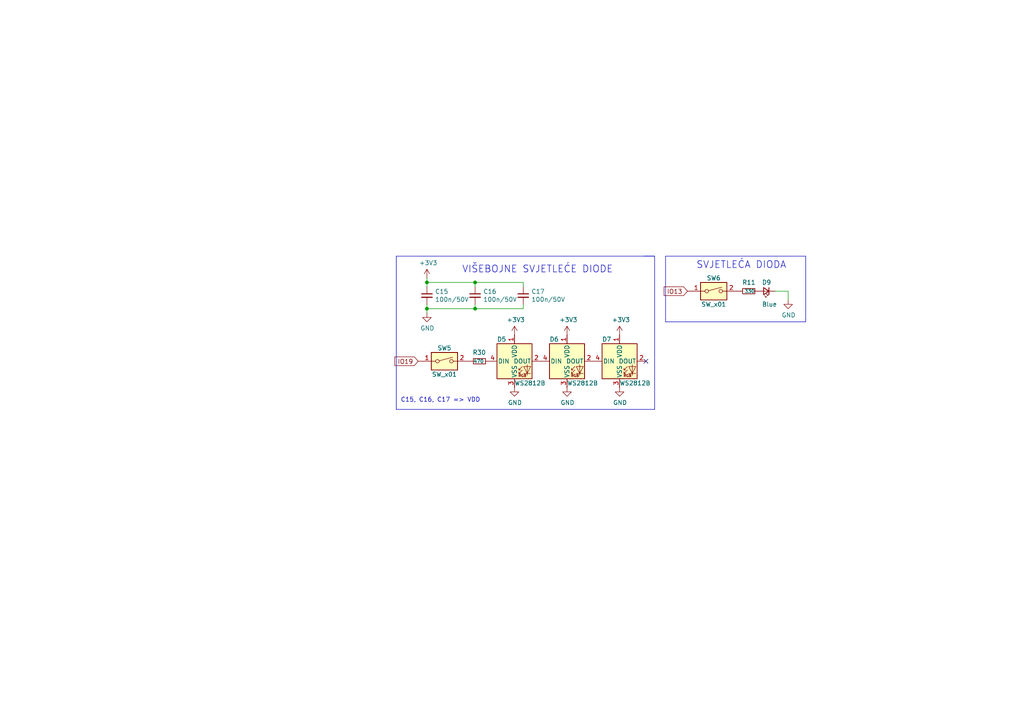
<source format=kicad_sch>
(kicad_sch (version 20230121) (generator eeschema)
  (paper "A4")
  (title_block (title "ESP32IoTPlatform") (date "2022-02-09") (rev "v4r1") (company "TVZ"))
  (lib_symbols
    (symbol "Device:C_Small" (pin_numbers hide) (pin_names (offset 0.254) hide)
      (property "Reference" "C" (at 0.254 1.778 0))
      (property "Value" "C_Small" (at 0.254 -2.032 0))
      (symbol "C_Small_0_1"
        (polyline (pts (xy -1.524 -0.508) (xy 1.524 -0.508)) (stroke (width 0.3302)))
        (polyline (pts (xy -1.524 0.508) (xy 1.524 0.508)) (stroke (width 0.3048)))
      )
      (symbol "C_Small_1_1"
        (pin passive line (at 0 2.54 270) (length 2.032) (name "~") (number "1"))
        (pin passive line (at 0 -2.54 90) (length 2.032) (name "~") (number "2"))
      )
    )
    (symbol "Device:LED_Small" (pin_numbers hide) (pin_names (offset 0.254) hide)
      (property "Reference" "D" (at -1.27 3.175 0))
      (property "Value" "LED_Small" (at -4.445 -2.54 0))
      (symbol "LED_Small_0_1"
        (polyline (pts (xy -0.762 -1.016) (xy -0.762 1.016)) (stroke (width 0.254)))
        (polyline (pts (xy 1.016 0) (xy -0.762 0)))
        (polyline (pts (xy 0.762 -1.016) (xy -0.762 0) (xy 0.762 1.016) (xy 0.762 -1.016)) (stroke (width 0.254)))
        (polyline (pts (xy 0 0.762) (xy -0.508 1.27) (xy -0.254 1.27) (xy -0.508 1.27) (xy -0.508 1.016)))
        (polyline (pts (xy 0.508 1.27) (xy 0 1.778) (xy 0.254 1.778) (xy 0 1.778) (xy 0 1.524)))
      )
      (symbol "LED_Small_1_1"
        (pin passive line (at -2.54 0 0) (length 1.778) (name "K") (number "1"))
        (pin passive line (at 2.54 0 180) (length 1.778) (name "A") (number "2"))
      )
    )
    (symbol "Device:R_Small" (pin_numbers hide) (pin_names (offset 0.254) hide)
      (property "Reference" "R" (at 0.762 0.508 0))
      (property "Value" "R_Small" (at 0.762 -1.016 0))
      (symbol "R_Small_0_1"
        (rectangle (start -0.762 1.778) (end 0.762 -1.778) (stroke (width 0.2032)))
      )
      (symbol "R_Small_1_1"
        (pin passive line (at 0 2.54 270) (length 0.762) (name "~") (number "1"))
        (pin passive line (at 0 -2.54 90) (length 0.762) (name "~") (number "2"))
      )
    )
    (symbol "LED:WS2812B" (pin_names (offset 0.254))
      (property "Reference" "D" (at 5.08 5.715 0))
      (property "Value" "WS2812B" (at 1.27 -5.715 0))
      (symbol "WS2812B_0_0"
        (text "RGB" (at 2.286 -4.191 0) (effects (font (size 0.762 0.762))))
      )
      (symbol "WS2812B_0_1"
        (polyline (pts (xy 1.27 -3.556) (xy 1.778 -3.556)))
        (polyline (pts (xy 1.27 -2.54) (xy 1.778 -2.54)))
        (polyline (pts (xy 4.699 -3.556) (xy 2.667 -3.556)))
        (polyline (pts (xy 2.286 -2.54) (xy 1.27 -3.556) (xy 1.27 -3.048)))
        (polyline (pts (xy 2.286 -1.524) (xy 1.27 -2.54) (xy 1.27 -2.032)))
        (polyline (pts (xy 3.683 -1.016) (xy 3.683 -3.556) (xy 3.683 -4.064)))
        (polyline (pts (xy 4.699 -1.524) (xy 2.667 -1.524) (xy 3.683 -3.556) (xy 4.699 -1.524)))
        (rectangle (start 5.08 5.08) (end -5.08 -5.08) (stroke (width 0.254)) (fill (type background)))
      )
      (symbol "WS2812B_1_1"
        (pin power_in line (at 0 7.62 270) (length 2.54) (name "VDD") (number "1"))
        (pin output line (at 7.62 0 180) (length 2.54) (name "DOUT") (number "2"))
        (pin power_in line (at 0 -7.62 90) (length 2.54) (name "VSS") (number "3"))
        (pin input line (at -7.62 0 0) (length 2.54) (name "DIN") (number "4"))
      )
    )
    (symbol "Switch:SW_DIP_x01" (pin_names (offset 0) hide)
      (property "Reference" "SW" (at 0 3.81 0))
      (property "Value" "SW_DIP_x01" (at 0 -3.81 0))
      (symbol "SW_DIP_x01_0_0"
        (circle (center -2.032 0) (radius 0.508))
        (polyline (pts (xy -1.524 0.127) (xy 2.3622 1.1684)))
        (circle (center 2.032 0) (radius 0.508))
      )
      (symbol "SW_DIP_x01_0_1"
        (rectangle (start -3.81 2.54) (end 3.81 -2.54) (stroke (width 0.254)) (fill (type background)))
      )
      (symbol "SW_DIP_x01_1_1"
        (pin passive line (at -7.62 0 0) (length 5.08) (name "~") (number "1"))
        (pin passive line (at 7.62 0 180) (length 5.08) (name "~") (number "2"))
      )
    )
    (symbol "power:+3V3" (power) (pin_names (offset 0))
      (property "Value" "+3V3" (at 0 3.556 0))
      (symbol "+3V3_0_1"
        (polyline (pts (xy -0.762 1.27) (xy 0 2.54)))
        (polyline (pts (xy 0 0) (xy 0 2.54)))
        (polyline (pts (xy 0 2.54) (xy 0.762 1.27)))
      )
      (symbol "+3V3_1_1"
        (pin power_in line (at 0 0 90) (length 0) hide (name "+3V3") (number "1"))
      )
    )
    (symbol "power:GND" (power) (pin_names (offset 0))
      (property "Value" "GND" (at 0 -3.81 0))
      (symbol "GND_0_1"
        (polyline (pts (xy 0 0) (xy 0 -1.27) (xy 1.27 -1.27) (xy 0 -2.54) (xy -1.27 -1.27) (xy 0 -1.27)))
      )
      (symbol "GND_1_1"
        (pin power_in line (at 0 0 270) (length 0) hide (name "GND") (number "1"))
      )
    )
  )
  (junction (at 123.825 89.535))
  (junction (at 137.795 89.535))
  (junction (at 123.825 81.915))
  (junction (at 137.795 81.915))
  (no_connect (at 187.325 104.775))
  (polyline (pts (xy 114.935 74.295) (xy 114.935 118.745)))
  (polyline (pts (xy 189.865 74.295) (xy 186.69 74.295)))
  (wire (pts (xy 151.765 81.915) (xy 151.765 83.185)))
  (wire (pts (xy 123.825 88.265) (xy 123.825 89.535)))
  (polyline (pts (xy 233.68 74.295) (xy 233.68 93.345)))
  (wire (pts (xy 137.795 81.915) (xy 137.795 83.185)))
  (wire (pts (xy 123.825 81.915) (xy 123.825 80.645)))
  (wire (pts (xy 228.6 84.455) (xy 224.79 84.455)))
  (wire (pts (xy 137.795 89.535) (xy 151.765 89.535)))
  (wire (pts (xy 123.825 89.535) (xy 123.825 90.805)))
  (wire (pts (xy 137.795 89.535) (xy 137.795 88.265)))
  (wire (pts (xy 228.6 86.995) (xy 228.6 84.455)))
  (polyline (pts (xy 193.04 74.295) (xy 233.68 74.295)))
  (wire (pts (xy 151.765 89.535) (xy 151.765 88.265)))
  (polyline (pts (xy 189.865 118.745) (xy 189.865 74.295)))
  (polyline (pts (xy 189.865 74.295) (xy 114.935 74.295)))
  (wire (pts (xy 123.825 81.915) (xy 137.795 81.915)))
  (wire (pts (xy 137.795 81.915) (xy 151.765 81.915)))
  (polyline (pts (xy 233.68 93.345) (xy 193.04 93.345)))
  (polyline (pts (xy 114.935 118.745) (xy 189.865 118.745)))
  (polyline (pts (xy 193.04 93.345) (xy 193.04 74.295)))
  (wire (pts (xy 123.825 89.535) (xy 137.795 89.535)))
  (wire (pts (xy 123.825 83.185) (xy 123.825 81.915)))
  (text "SVJETLEĆA DIODA" (at 201.93 78.105 0) (effects (font (size 2.0066 2.0066)) (justify left bottom)))
  (text "VIŠEBOJNE SVJETLEĆE DIODE" (at 133.985 79.375 0) (effects (font (size 2.0066 2.0066)) (justify left bottom)))
  (text "C15, C16, C17 => VDD" (at 116.205 116.84 0) (effects (font (size 1.27 1.27)) (justify left bottom)))
  (global_label "IO19" (shape input) (at 121.285 104.775 180) (property "Intersheetrefs" "${INTERSHEET_REFS}" (effects hide)))
  (global_label "IO13" (shape input) (at 199.39 84.455 180) (property "Intersheetrefs" "${INTERSHEET_REFS}" (effects hide)))
  (symbol (lib_id "power:+3V3") (at 164.465 97.155 0) (unit 1)
    (property "Reference" "#PWR0163" (effects hide))
    (property "Value" "+3V3" (at 164.846 92.7608 0))
  )
  (symbol (lib_id "Device:R_Small") (at 217.17 84.455 90) (unit 1)
    (property "Reference" "R11" (at 215.265 81.915 90) (effects (justify right)))
    (property "Value" "330" (at 215.9 84.455 90) (effects (font (size 1 1)) (justify right)))
    (property "Footprint" "Resistor_SMD:R_0805_2012Metric" (effects hide))
  )
  (symbol (lib_id "Device:C_Small") (at 123.825 85.725 0) (unit 1)
    (property "Reference" "C15" (at 126.1618 84.5566 0) (effects (justify left)))
    (property "Value" "100n/50V" (at 126.1618 86.868 0) (effects (justify left)))
    (property "Footprint" "Capacitor_SMD:C_0805_2012Metric" (effects hide))
  )
  (symbol (lib_id "power:GND") (at 123.825 90.805 0) (unit 1)
    (property "Reference" "#PWR0162" (effects hide))
    (property "Value" "GND" (at 123.952 95.1992 0))
  )
  (symbol (lib_id "Switch:SW_DIP_x01") (at 128.905 104.775 0) (unit 1)
    (property "Reference" "SW5" (at 128.905 100.965 0))
    (property "Value" "SW_x01" (at 128.905 108.585 0))
    (property "Footprint" "Button_Switch_SMD:SW_DIP_SPSTx01_Slide_6.7x4.1mm_W6.73mm_P2.54mm_LowProfile_JPin" (effects hide))
  )
  (symbol (lib_id "power:GND") (at 149.225 112.395 0) (unit 1)
    (property "Reference" "#PWR0166" (effects hide))
    (property "Value" "GND" (at 149.352 116.7892 0))
  )
  (symbol (lib_id "LED:WS2812B") (at 164.465 104.775 0) (unit 1)
    (property "Reference" "D6" (at 159.385 98.425 0) (effects (justify left)))
    (property "Value" "WS2812B" (at 164.465 111.125 0) (effects (justify left)))
    (property "Footprint" "LED_SMD:LED_WS2812B_PLCC4_5.0x5.0mm_P3.2mm" (effects hide))
    (property "Datasheet" "https://cdn-shop.adafruit.com/datasheets/WS2812B.pdf" (effects hide))
  )
  (symbol (lib_id "Device:R_Small") (at 139.065 104.775 270) (unit 1)
    (property "Reference" "R30" (at 140.97 102.235 90) (effects (justify right)))
    (property "Value" "470" (at 140.335 104.775 90) (effects (font (size 1 1)) (justify right)))
    (property "Footprint" "Resistor_SMD:R_0805_2012Metric" (effects hide))
  )
  (symbol (lib_id "power:GND") (at 164.465 112.395 0) (unit 1)
    (property "Reference" "#PWR0167" (effects hide))
    (property "Value" "GND" (at 164.592 116.7892 0))
  )
  (symbol (lib_id "Device:C_Small") (at 137.795 85.725 0) (unit 1)
    (property "Reference" "C16" (at 140.1318 84.5566 0) (effects (justify left)))
    (property "Value" "100n/50V" (at 140.1318 86.868 0) (effects (justify left)))
    (property "Footprint" "Capacitor_SMD:C_0805_2012Metric" (effects hide))
  )
  (symbol (lib_id "Device:C_Small") (at 151.765 85.725 0) (unit 1)
    (property "Reference" "C17" (at 154.1018 84.5566 0) (effects (justify left)))
    (property "Value" "100n/50V" (at 154.1018 86.868 0) (effects (justify left)))
    (property "Footprint" "Capacitor_SMD:C_0805_2012Metric" (effects hide))
  )
  (symbol (lib_id "Switch:SW_DIP_x01") (at 207.01 84.455 0) (unit 1)
    (property "Reference" "SW6" (at 207.01 80.645 0))
    (property "Value" "SW_x01" (at 207.01 88.265 0))
    (property "Footprint" "Button_Switch_SMD:SW_DIP_SPSTx01_Slide_6.7x4.1mm_W6.73mm_P2.54mm_LowProfile_JPin" (effects hide))
  )
  (symbol (lib_id "LED:WS2812B") (at 179.705 104.775 0) (unit 1)
    (property "Reference" "D7" (at 174.625 98.425 0) (effects (justify left)))
    (property "Value" "WS2812B" (at 179.705 111.125 0) (effects (justify left)))
    (property "Footprint" "LED_SMD:LED_WS2812B_PLCC4_5.0x5.0mm_P3.2mm" (effects hide))
    (property "Datasheet" "https://cdn-shop.adafruit.com/datasheets/WS2812B.pdf" (effects hide))
  )
  (symbol (lib_id "power:GND") (at 179.705 112.395 0) (unit 1)
    (property "Reference" "#PWR0165" (effects hide))
    (property "Value" "GND" (at 179.832 116.7892 0))
  )
  (symbol (lib_id "power:+3V3") (at 123.825 80.645 0) (unit 1)
    (property "Reference" "#PWR0161" (effects hide))
    (property "Value" "+3V3" (at 124.206 76.2508 0))
  )
  (symbol (lib_id "power:+3V3") (at 149.225 97.155 0) (unit 1)
    (property "Reference" "#PWR0160" (effects hide))
    (property "Value" "+3V3" (at 149.606 92.7608 0))
  )
  (symbol (lib_id "power:+3V3") (at 179.705 97.155 0) (unit 1)
    (property "Reference" "#PWR0164" (effects hide))
    (property "Value" "+3V3" (at 180.086 92.7608 0))
  )
  (symbol (lib_id "power:GND") (at 228.6 86.995 0) (unit 1)
    (property "Reference" "#PWR0168" (effects hide))
    (property "Value" "GND" (at 228.727 91.3892 0))
  )
  (symbol (lib_id "LED:WS2812B") (at 149.225 104.775 0) (unit 1)
    (property "Reference" "D5" (at 144.145 98.425 0) (effects (justify left)))
    (property "Value" "WS2812B" (at 149.225 111.125 0) (effects (justify left)))
    (property "Footprint" "LED_SMD:LED_WS2812B_PLCC4_5.0x5.0mm_P3.2mm" (effects hide))
    (property "Datasheet" "https://cdn-shop.adafruit.com/datasheets/WS2812B.pdf" (effects hide))
  )
  (symbol (lib_id "Device:LED_Small") (at 222.25 84.455 180) (unit 1)
    (property "Reference" "D9" (at 220.98 81.915 0) (effects (justify right)))
    (property "Value" "Blue" (at 220.98 88.265 0) (effects (justify right)))
    (property "Footprint" "LED_SMD:LED_1206_3216Metric" (effects hide))
  )
)
</source>
